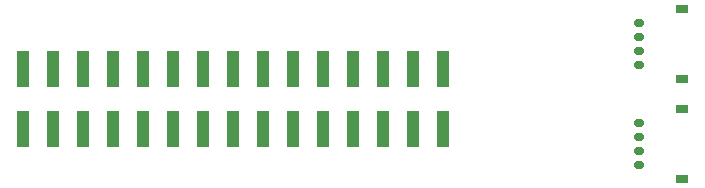
<source format=gtp>
G04 #@! TF.GenerationSoftware,KiCad,Pcbnew,6.99.0-unknown-fe82f2dd40~146~ubuntu20.04.1*
G04 #@! TF.CreationDate,2022-02-10T10:32:34+09:00*
G04 #@! TF.ProjectId,bGeigieZen V2,62476569-6769-4655-9a65-6e2056322e6b,V2.0.0*
G04 #@! TF.SameCoordinates,Original*
G04 #@! TF.FileFunction,Paste,Top*
G04 #@! TF.FilePolarity,Positive*
%FSLAX46Y46*%
G04 Gerber Fmt 4.6, Leading zero omitted, Abs format (unit mm)*
G04 Created by KiCad (PCBNEW 6.99.0-unknown-fe82f2dd40~146~ubuntu20.04.1) date 2022-02-10 10:32:34*
%MOMM*%
%LPD*%
G01*
G04 APERTURE LIST*
G04 Aperture macros list*
%AMRoundRect*
0 Rectangle with rounded corners*
0 $1 Rounding radius*
0 $2 $3 $4 $5 $6 $7 $8 $9 X,Y pos of 4 corners*
0 Add a 4 corners polygon primitive as box body*
4,1,4,$2,$3,$4,$5,$6,$7,$8,$9,$2,$3,0*
0 Add four circle primitives for the rounded corners*
1,1,$1+$1,$2,$3*
1,1,$1+$1,$4,$5*
1,1,$1+$1,$6,$7*
1,1,$1+$1,$8,$9*
0 Add four rect primitives between the rounded corners*
20,1,$1+$1,$2,$3,$4,$5,0*
20,1,$1+$1,$4,$5,$6,$7,0*
20,1,$1+$1,$6,$7,$8,$9,0*
20,1,$1+$1,$8,$9,$2,$3,0*%
G04 Aperture macros list end*
%ADD10R,1.000000X3.150000*%
%ADD11RoundRect,0.150000X0.275000X-0.150000X0.275000X0.150000X-0.275000X0.150000X-0.275000X-0.150000X0*%
%ADD12RoundRect,0.187500X0.362500X-0.187500X0.362500X0.187500X-0.362500X0.187500X-0.362500X-0.187500X0*%
G04 APERTURE END LIST*
D10*
X141362999Y-115229999D03*
X141362999Y-120279999D03*
X138822999Y-115229999D03*
X138822999Y-120279999D03*
X136282999Y-115229999D03*
X136282999Y-120279999D03*
X133742999Y-115229999D03*
X133742999Y-120279999D03*
X131202999Y-115229999D03*
X131202999Y-120279999D03*
X128662999Y-115229999D03*
X128662999Y-120279999D03*
X126122999Y-115229999D03*
X126122999Y-120279999D03*
X123582999Y-115229999D03*
X123582999Y-120279999D03*
X121042999Y-115229999D03*
X121042999Y-120279999D03*
X118502999Y-115229999D03*
X118502999Y-120279999D03*
X115962999Y-115229999D03*
X115962999Y-120279999D03*
X113422999Y-115229999D03*
X113422999Y-120279999D03*
X110882999Y-115229999D03*
X110882999Y-120279999D03*
X108342999Y-115229999D03*
X108342999Y-120279999D03*
X105802999Y-115229999D03*
X105802999Y-120279999D03*
D11*
X157992600Y-114905000D03*
X157992600Y-113705000D03*
X157992600Y-112505000D03*
X157992600Y-111305000D03*
D12*
X161617600Y-116080000D03*
X161617600Y-110130000D03*
D11*
X157992600Y-123360000D03*
X157992600Y-122160000D03*
X157992600Y-120960000D03*
X157992600Y-119760000D03*
D12*
X161617600Y-124535000D03*
X161617600Y-118585000D03*
M02*

</source>
